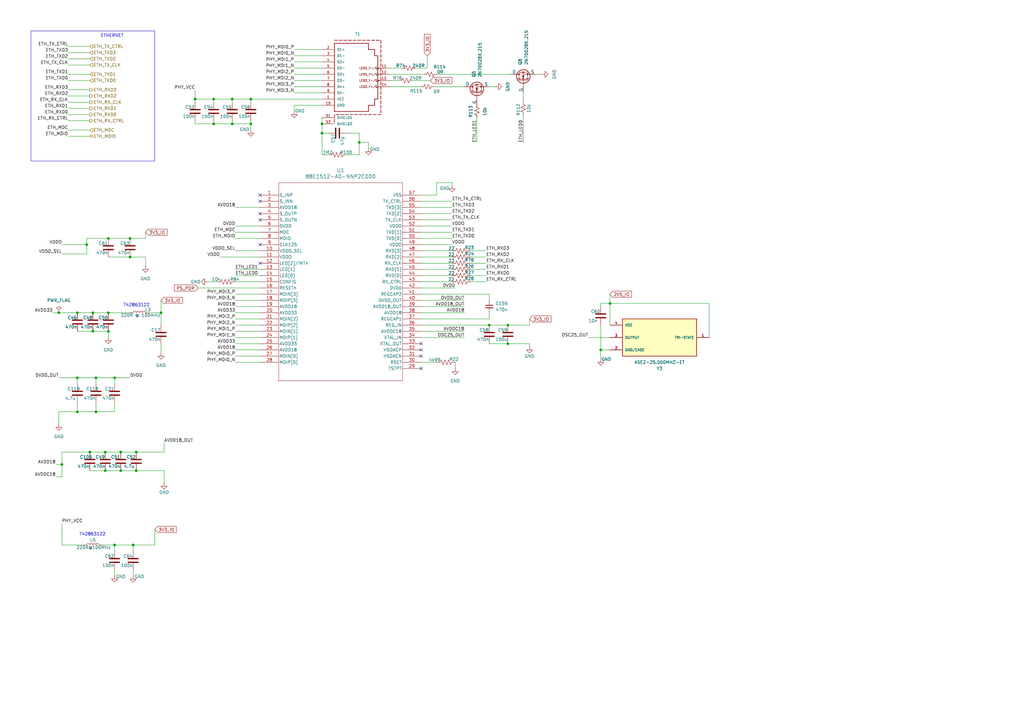
<source format=kicad_sch>
(kicad_sch (version 20250114) (generator "eeschema") (generator_version "9.0")
  (paper "A3")
  (lib_symbols
    (symbol "Device:C" (pin_numbers (hide yes)) (pin_names (offset 0.254))
      (property "Reference" "C" (at 0.635 2.54 0))
      (property "Value" "C" (at 0.635 -2.54 0))
      (symbol "C_1_1"
        (pin passive line (at 0 3.81 270) (length 2.794) (name "~") (number "1"))
        (pin passive line (at 0 -3.81 90) (length 2.794) (name "~") (number "2"))
      )
    )
    (symbol "Device:C_Small" (pin_numbers (hide yes)) (pin_names (offset 0.254) (hide yes))
      (property "Reference" "C" (at 0.254 1.778 0))
      (property "Value" "C_Small" (at 0.254 -2.032 0))
      (symbol "C_Small_1_1"
        (pin passive line (at 0 2.54 270) (length 2.032) (name "~") (number "1"))
        (pin passive line (at 0 -2.54 90) (length 2.032) (name "~") (number "2"))
      )
    )
    (symbol "Device:L" (pin_numbers (hide yes)) (pin_names (offset 1.016) (hide yes))
      (property "Reference" "L" (at -1.27 0 90))
      (property "Value" "L" (at 1.905 0 90))
      (symbol "L_1_1"
        (pin passive line (at 0 3.81 270) (length 1.27) (name "1") (number "1"))
        (pin passive line (at 0 -3.81 90) (length 1.27) (name "2") (number "2"))
      )
    )
    (symbol "Device:R_Small_US" (pin_numbers (hide yes)) (pin_names (offset 0.254) (hide yes))
      (property "Reference" "R" (at 0.762 0.508 0))
      (property "Value" "R_Small_US" (at 0.762 -1.016 0))
      (symbol "R_Small_US_1_1"
        (pin passive line (at 0 2.54 270) (length 1.016) (name "~") (number "1"))
        (pin passive line (at 0 -2.54 90) (length 1.016) (name "~") (number "2"))
      )
    )
    (symbol "Device:R_US" (pin_numbers (hide yes)) (pin_names (offset 0))
      (property "Reference" "R" (at 2.54 0 90))
      (property "Value" "R_US" (at -2.54 0 90))
      (symbol "R_US_1_1"
        (pin passive line (at 0 3.81 270) (length 1.27) (name "~") (number "1"))
        (pin passive line (at 0 -3.81 90) (length 1.27) (name "~") (number "2"))
      )
    )
    (symbol "PSEC5_ctrlbd:88E1512-A0-NNP2C000" (pin_names (offset 0.254))
      (property "Reference" "U" (at 33.02 10.16 0))
      (property "Value" "88E1512-A0-NNP2C000" (at 33.02 7.62 0))
      (symbol "88E1512-A0-NNP2C000_0_1"
        (pin input line (at 0 0 0) (length 7.62) (name "S_INP") (number "1"))
        (pin input line (at 0 -2.54 0) (length 7.62) (name "S_INN") (number "2"))
        (pin power_in line (at 0 -5.08 0) (length 7.62) (name "AVDD18") (number "3"))
        (pin output line (at 0 -7.62 0) (length 7.62) (name "S_OUTP") (number "4"))
        (pin output line (at 0 -10.16 0) (length 7.62) (name "S_OUTN") (number "5"))
        (pin power_in line (at 0 -12.7 0) (length 7.62) (name "DVDD") (number "6"))
        (pin input line (at 0 -15.24 0) (length 7.62) (name "MDC") (number "7"))
        (pin bidirectional line (at 0 -17.78 0) (length 7.62) (name "MDIO") (number "8"))
        (pin output line (at 0 -20.32 0) (length 7.62) (name "CLK125") (number "9"))
        (pin power_in line (at 0 -22.86 0) (length 7.62) (name "VDDO_SEL") (number "10"))
        (pin power_in line (at 0 -25.4 0) (length 7.62) (name "VDDO") (number "11"))
        (pin output line (at 0 -27.94 0) (length 7.62) (name "LED[2]/INTn") (number "12"))
        (pin bidirectional line (at 0 -30.48 0) (length 7.62) (name "LED[1]") (number "13"))
        (pin output line (at 0 -33.02 0) (length 7.62) (name "LED[0]") (number "14"))
        (pin input line (at 0 -35.56 0) (length 7.62) (name "CONFIG") (number "15"))
        (pin input line (at 0 -38.1 0) (length 7.62) (name "RESETn") (number "16"))
        (pin bidirectional line (at 0 -40.64 0) (length 7.62) (name "MDIN[3]") (number "17"))
        (pin bidirectional line (at 0 -43.18 0) (length 7.62) (name "MDIP[3]") (number "18"))
        (pin power_in line (at 0 -45.72 0) (length 7.62) (name "AVDD18") (number "19"))
        (pin power_in line (at 0 -48.26 0) (length 7.62) (name "AVDD33") (number "20"))
        (pin bidirectional line (at 0 -50.8 0) (length 7.62) (name "MDIN[2]") (number "21"))
        (pin bidirectional line (at 0 -53.34 0) (length 7.62) (name "MDIP[2]") (number "22"))
        (pin bidirectional line (at 0 -55.88 0) (length 7.62) (name "MDIN[1]") (number "23"))
        (pin bidirectional line (at 0 -58.42 0) (length 7.62) (name "MDIP[1]") (number "24"))
        (pin power_in line (at 0 -60.96 0) (length 7.62) (name "AVDD33") (number "25"))
        (pin power_in line (at 0 -63.5 0) (length 7.62) (name "AVDD18") (number "26"))
        (pin bidirectional line (at 0 -66.04 0) (length 7.62) (name "MDIN[0]") (number "27"))
        (pin bidirectional line (at 0 -68.58 0) (length 7.62) (name "MDIP[0]") (number "28"))
        (pin input line (at 66.04 -2.54 180) (length 7.62) (name "TX_CTRL") (number "56"))
        (pin input line (at 66.04 -5.08 180) (length 7.62) (name "TXD[3]") (number "55"))
        (pin input line (at 66.04 -7.62 180) (length 7.62) (name "TXD[2]") (number "54"))
        (pin input line (at 66.04 -10.16 180) (length 7.62) (name "TX_CLK") (number "53"))
        (pin power_in line (at 66.04 -12.7 180) (length 7.62) (name "VDDO") (number "52"))
        (pin input line (at 66.04 -15.24 180) (length 7.62) (name "TXD[1]") (number "51"))
        (pin input line (at 66.04 -17.78 180) (length 7.62) (name "TXD[0]") (number "50"))
        (pin power_in line (at 66.04 -20.32 180) (length 7.62) (name "VDDO") (number "49"))
        (pin output line (at 66.04 -22.86 180) (length 7.62) (name "RXD[3]") (number "48"))
        (pin output line (at 66.04 -25.4 180) (length 7.62) (name "RXD[2]") (number "47"))
        (pin output line (at 66.04 -27.94 180) (length 7.62) (name "RX_CLK") (number "46"))
        (pin output line (at 66.04 -30.48 180) (length 7.62) (name "RXD[1]") (number "45"))
        (pin output line (at 66.04 -33.02 180) (length 7.62) (name "RXD[0]") (number "44"))
        (pin output line (at 66.04 -35.56 180) (length 7.62) (name "RX_CTRL") (number "43"))
        (pin power_in line (at 66.04 -38.1 180) (length 7.62) (name "DVDD") (number "42"))
        (pin bidirectional line (at 66.04 -40.64 180) (length 7.62) (name "REGCAP2") (number "41"))
        (pin power_in line (at 66.04 -48.26 180) (length 7.62) (name "AVDD18") (number "38"))
        (pin bidirectional line (at 66.04 -50.8 180) (length 7.62) (name "REGCAP1") (number "37"))
        (pin unspecified line (at 66.04 -53.34 180) (length 7.62) (name "REG_IN") (number "36"))
        (pin power_in line (at 66.04 -55.88 180) (length 7.62) (name "AVDDC18") (number "35"))
        (pin input line (at 66.04 -58.42 180) (length 7.62) (name "XTAL_IN") (number "34"))
        (pin output line (at 66.04 -60.96 180) (length 7.62) (name "XTAL_OUT") (number "33"))
        (pin output line (at 66.04 -63.5 180) (length 7.62) (name "HSDACP") (number "32"))
        (pin unspecified line (at 66.04 -66.04 180) (length 7.62) (name "HSDACN") (number "31"))
        (pin input line (at 66.04 -68.58 180) (length 7.62) (name "RSET") (number "30"))
        (pin output line (at 66.04 -71.12 180) (length 7.62) (name "TSTPT") (number "29"))
      )
      (symbol "88E1512-A0-NNP2C000_1_1"
        (pin power_in line (at 66.04 0 180) (length 7.62) (name "VSS") (number "57"))
        (pin power_out line (at 66.04 -43.18 180) (length 7.62) (name "DVDD_OUT") (number "40"))
        (pin power_out line (at 66.04 -45.72 180) (length 7.62) (name "AVDD18_OUT") (number "39"))
      )
    )
    (symbol "PSEC5_ctrlbd:ASE2-25.000MHZ-ET" (pin_names (offset 1.016))
      (property "Reference" "Y" (at -15.24 8.128 0))
      (property "Value" "ASE2-25.000MHZ-ET" (at -15.24 -10.16 0))
      (symbol "ASE2-25.000MHZ-ET_0_0"
        (pin passive line (at -20.32 0 0) (length 5.08) (name "TRI-STATE") (number "1"))
        (pin power_in line (at 20.32 5.08 180) (length 5.08) (name "VDD") (number "4"))
        (pin output line (at 20.32 0 180) (length 5.08) (name "OUTPUT") (number "3"))
        (pin power_in line (at 20.32 -5.08 180) (length 5.08) (name "GND/CASE") (number "2"))
      )
    )
    (symbol "PSEC5_ctrlbd:WE-RJ45_7499111446" (pin_names (offset 1.016))
      (property "Reference" "T" (at 0 17.78 0))
      (symbol "WE-RJ45_7499111446_0_0"
        (text "LED1_Y-/G+" (at 2.54 5.08 0) (effects (font (size 0.8636 0.8636)) (justify left)))
        (text "LED1_Y+/G-" (at 2.54 2.54 0) (effects (font (size 0.8636 0.8636)) (justify left)))
        (text "LED2_Y-/G+" (at 2.54 0 0) (effects (font (size 0.8636 0.8636)) (justify left)))
        (text "LED2_Y+/G-" (at 2.54 -2.54 0) (effects (font (size 0.8636 0.8636)) (justify left)))
        (pin passive line (at -12.7 12.7 0) (length 5.08) (name "D1+") (number "2"))
        (pin passive line (at -12.7 10.16 0) (length 5.08) (name "D1-") (number "3"))
        (pin passive line (at -12.7 7.62 0) (length 5.08) (name "D2+") (number "4"))
        (pin passive line (at -12.7 5.08 0) (length 5.08) (name "D2-") (number "5"))
        (pin passive line (at -12.7 2.54 0) (length 5.08) (name "D3+") (number "6"))
        (pin passive line (at -12.7 0 0) (length 5.08) (name "D3-") (number "7"))
        (pin passive line (at -12.7 -2.54 0) (length 5.08) (name "D4+") (number "8"))
        (pin passive line (at -12.7 -5.08 0) (length 5.08) (name "D4-") (number "9"))
        (pin passive line (at -12.7 -7.62 0) (length 5.08) (name "VCC") (number "1"))
        (pin passive line (at -12.7 -10.16 0) (length 5.08) (name "GND") (number "10"))
        (pin passive line (at -12.7 -15.24 0) (length 5.08) (name "SHIELD1") (number "S1"))
        (pin passive line (at -12.7 -17.78 0) (length 5.08) (name "SHIELD2") (number "S2"))
        (pin passive line (at 15.24 5.08 180) (length 5.08) (name "~") (number "11"))
        (pin passive line (at 15.24 2.54 180) (length 5.08) (name "~") (number "12"))
        (pin passive line (at 15.24 0 180) (length 5.08) (name "~") (number "13"))
        (pin passive line (at 15.24 -2.54 180) (length 5.08) (name "~") (number "14"))
      )
    )
    (symbol "Simulation_SPICE:NMOS" (pin_numbers (hide yes)) (pin_names (offset 0))
      (property "Reference" "Q" (at 5.08 1.27 0))
      (property "Value" "NMOS" (at 5.08 -1.27 0))
      (symbol "NMOS_1_1"
        (pin input line (at -5.08 0 0) (length 2.54) (name "G") (number "2"))
        (pin passive line (at 2.54 5.08 270) (length 2.54) (name "D") (number "1"))
        (pin passive line (at 2.54 -5.08 90) (length 2.54) (name "S") (number "3"))
      )
    )
    (symbol "power:GND" (power) (pin_numbers (hide yes)) (pin_names (offset 0) (hide yes))
      (property "Value" "GND" (at 0 -3.81 0))
      (symbol "GND_1_1"
        (pin power_in line (at 0 0 270) (length 0) (name "~") (number "1"))
      )
    )
    (symbol "power:PWR_FLAG" (power) (pin_numbers (hide yes)) (pin_names (offset 0) (hide yes))
      (property "Value" "PWR_FLAG" (at 0 3.81 0))
      (symbol "PWR_FLAG_0_0"
        (pin power_out line (at 0 0 90) (length 0) (name "~") (number "1"))
      )
    )
  )
  (rectangle (start 12.7 12.7) (end 63.5 66.04))
  (text "742863122" (at 37.846 219.202 0) (effects (font (size 1.27 1.27))))
  (text "ETHERNET\n" (at 45.974 14.732 0) (effects (font (size 1.27 1.27))))
  (text "742863122" (at 55.88 125.222 0) (effects (font (size 1.27 1.27))))
  (junction (at 38.1 128.27))
  (junction (at 55.88 193.04))
  (junction (at 43.18 193.04))
  (junction (at 25.4 190.5))
  (junction (at 66.04 128.27))
  (junction (at 44.45 97.79))
  (junction (at 44.45 135.89))
  (junction (at 87.63 40.64))
  (junction (at 31.75 168.91))
  (junction (at 44.45 128.27))
  (junction (at 132.08 54.61))
  (junction (at 132.08 50.8))
  (junction (at 38.1 135.89))
  (junction (at 55.88 185.42))
  (junction (at 46.99 223.52))
  (junction (at 39.37 154.94))
  (junction (at 208.28 133.35))
  (junction (at 80.01 40.64))
  (junction (at 31.75 128.27))
  (junction (at 53.34 97.79))
  (junction (at 95.25 40.64))
  (junction (at 102.87 50.8))
  (junction (at 49.53 193.04))
  (junction (at 200.66 133.35))
  (junction (at 54.61 223.52))
  (junction (at 95.25 50.8))
  (junction (at 147.32 58.42))
  (junction (at 24.13 128.27))
  (junction (at 53.34 105.41))
  (junction (at 102.87 40.64))
  (junction (at 31.75 154.94))
  (junction (at 43.18 185.42))
  (junction (at 39.37 168.91))
  (junction (at 49.53 185.42))
  (junction (at 46.99 154.94))
  (junction (at 208.28 140.97))
  (junction (at 87.63 50.8))
  (junction (at 250.19 124.46))
  (junction (at 35.56 100.33))
  (junction (at 36.83 185.42))
  (junction (at 246.38 143.51))
  (no_connect (at 106.68 100.33))
  (no_connect (at 172.72 143.51))
  (no_connect (at 106.68 82.55))
  (no_connect (at 172.72 140.97))
  (no_connect (at 106.68 90.17))
  (no_connect (at 106.68 80.01))
  (no_connect (at 172.72 146.05))
  (no_connect (at 106.68 107.95))
  (no_connect (at 106.68 87.63))
  (no_connect (at 172.72 151.13))
  (wire (pts (xy 172.72 92.71) (xy 185.42 92.71)))
  (wire (pts (xy 132.08 50.8) (xy 132.08 54.61)))
  (wire (pts (xy 160.02 33.02) (xy 163.83 33.02)))
  (wire (pts (xy 172.72 107.95) (xy 185.42 107.95)))
  (wire (pts (xy 172.72 102.87) (xy 185.42 102.87)))
  (wire (pts (xy 96.52 95.25) (xy 106.68 95.25)))
  (wire (pts (xy 172.72 105.41) (xy 185.42 105.41)))
  (wire (pts (xy 179.07 30.48) (xy 209.55 30.48)))
  (wire (pts (xy 96.52 120.65) (xy 106.68 120.65)))
  (wire (pts (xy 53.34 97.79) (xy 59.69 97.79)))
  (wire (pts (xy 59.69 105.41) (xy 59.69 109.22)))
  (wire (pts (xy 27.94 21.59) (xy 36.83 21.59)))
  (wire (pts (xy 120.65 43.18) (xy 132.08 43.18)))
  (wire (pts (xy 67.31 181.61) (xy 67.31 185.42)))
  (wire (pts (xy 120.65 22.86) (xy 132.08 22.86)))
  (wire (pts (xy 80.01 40.64) (xy 80.01 41.91)))
  (wire (pts (xy 54.61 226.06) (xy 54.61 223.52)))
  (wire (pts (xy 55.88 193.04) (xy 67.31 193.04)))
  (wire (pts (xy 38.1 135.89) (xy 44.45 135.89)))
  (wire (pts (xy 46.99 168.91) (xy 39.37 168.91)))
  (wire (pts (xy 95.25 50.8) (xy 102.87 50.8)))
  (wire (pts (xy 35.56 97.79) (xy 44.45 97.79)))
  (wire (pts (xy 217.17 140.97) (xy 217.17 142.24)))
  (wire (pts (xy 21.59 128.27) (xy 24.13 128.27)))
  (wire (pts (xy 53.34 105.41) (xy 59.69 105.41)))
  (wire (pts (xy 25.4 190.5) (xy 25.4 195.58)))
  (wire (pts (xy 27.94 46.99) (xy 36.83 46.99)))
  (wire (pts (xy 241.3 138.43) (xy 250.19 138.43)))
  (wire (pts (xy 39.37 154.94) (xy 39.37 157.48)))
  (wire (pts (xy 208.28 140.97) (xy 217.17 140.97)))
  (wire (pts (xy 200.66 133.35) (xy 208.28 133.35)))
  (wire (pts (xy 27.94 44.45) (xy 36.83 44.45)))
  (wire (pts (xy 193.04 102.87) (xy 199.39 102.87)))
  (wire (pts (xy 160.02 35.56) (xy 172.72 35.56)))
  (wire (pts (xy 25.4 223.52) (xy 34.29 223.52)))
  (wire (pts (xy 96.52 125.73) (xy 106.68 125.73)))
  (wire (pts (xy 54.61 223.52) (xy 63.5 223.52)))
  (wire (pts (xy 49.53 185.42) (xy 55.88 185.42)))
  (wire (pts (xy 44.45 135.89) (xy 44.45 138.43)))
  (wire (pts (xy 193.04 110.49) (xy 199.39 110.49)))
  (wire (pts (xy 250.19 120.65) (xy 250.19 124.46)))
  (wire (pts (xy 25.4 195.58) (xy 22.86 195.58)))
  (wire (pts (xy 55.88 185.42) (xy 67.31 185.42)))
  (wire (pts (xy 172.72 95.25) (xy 185.42 95.25)))
  (wire (pts (xy 147.32 58.42) (xy 151.13 58.42)))
  (wire (pts (xy 102.87 49.53) (xy 102.87 50.8)))
  (wire (pts (xy 96.52 146.05) (xy 106.68 146.05)))
  (wire (pts (xy 193.04 107.95) (xy 199.39 107.95)))
  (wire (pts (xy 96.52 92.71) (xy 106.68 92.71)))
  (wire (pts (xy 120.65 25.4) (xy 132.08 25.4)))
  (wire (pts (xy 59.69 95.25) (xy 59.69 97.79)))
  (wire (pts (xy 31.75 135.89) (xy 38.1 135.89)))
  (wire (pts (xy 132.08 54.61) (xy 132.08 63.5)))
  (wire (pts (xy 66.04 123.19) (xy 66.04 128.27)))
  (wire (pts (xy 172.72 113.03) (xy 185.42 113.03)))
  (wire (pts (xy 27.94 30.48) (xy 36.83 30.48)))
  (wire (pts (xy 31.75 154.94) (xy 31.75 157.48)))
  (wire (pts (xy 102.87 50.8) (xy 102.87 53.34)))
  (wire (pts (xy 46.99 154.94) (xy 46.99 157.48)))
  (wire (pts (xy 193.04 105.41) (xy 199.39 105.41)))
  (wire (pts (xy 46.99 165.1) (xy 46.99 168.91)))
  (wire (pts (xy 41.91 223.52) (xy 46.99 223.52)))
  (wire (pts (xy 25.4 104.14) (xy 35.56 104.14)))
  (wire (pts (xy 95.25 40.64) (xy 87.63 40.64)))
  (wire (pts (xy 168.91 33.02) (xy 176.53 33.02)))
  (wire (pts (xy 87.63 50.8) (xy 95.25 50.8)))
  (wire (pts (xy 132.08 40.64) (xy 102.87 40.64)))
  (wire (pts (xy 80.01 50.8) (xy 87.63 50.8)))
  (wire (pts (xy 250.19 124.46) (xy 250.19 133.35)))
  (wire (pts (xy 27.94 53.34) (xy 36.83 53.34)))
  (wire (pts (xy 35.56 100.33) (xy 35.56 97.79)))
  (wire (pts (xy 246.38 124.46) (xy 246.38 125.73)))
  (wire (pts (xy 172.72 118.11) (xy 186.69 118.11)))
  (wire (pts (xy 147.32 63.5) (xy 147.32 58.42)))
  (wire (pts (xy 172.72 90.17) (xy 185.42 90.17)))
  (wire (pts (xy 193.04 115.57) (xy 199.39 115.57)))
  (wire (pts (xy 246.38 124.46) (xy 250.19 124.46)))
  (wire (pts (xy 132.08 48.26) (xy 132.08 50.8)))
  (wire (pts (xy 27.94 24.13) (xy 36.83 24.13)))
  (wire (pts (xy 27.94 49.53) (xy 36.83 49.53)))
  (wire (pts (xy 172.72 125.73) (xy 190.5 125.73)))
  (wire (pts (xy 172.72 87.63) (xy 185.42 87.63)))
  (wire (pts (xy 246.38 133.35) (xy 246.38 143.51)))
  (wire (pts (xy 87.63 40.64) (xy 80.01 40.64)))
  (wire (pts (xy 151.13 58.42) (xy 151.13 60.96)))
  (wire (pts (xy 102.87 40.64) (xy 102.87 41.91)))
  (wire (pts (xy 46.99 223.52) (xy 54.61 223.52)))
  (wire (pts (xy 66.04 140.97) (xy 66.04 144.78)))
  (wire (pts (xy 96.52 128.27) (xy 106.68 128.27)))
  (wire (pts (xy 172.72 100.33) (xy 185.42 100.33)))
  (wire (pts (xy 95.25 40.64) (xy 95.25 41.91)))
  (wire (pts (xy 172.72 123.19) (xy 190.5 123.19)))
  (wire (pts (xy 134.62 54.61) (xy 132.08 54.61)))
  (wire (pts (xy 36.83 185.42) (xy 43.18 185.42)))
  (wire (pts (xy 87.63 40.64) (xy 87.63 41.91)))
  (wire (pts (xy 120.65 33.02) (xy 132.08 33.02)))
  (wire (pts (xy 120.65 38.1) (xy 132.08 38.1)))
  (wire (pts (xy 63.5 217.17) (xy 63.5 223.52)))
  (wire (pts (xy 46.99 223.52) (xy 46.99 226.06)))
  (wire (pts (xy 96.52 85.09) (xy 106.68 85.09)))
  (wire (pts (xy 160.02 30.48) (xy 173.99 30.48)))
  (wire (pts (xy 172.72 80.01) (xy 179.07 80.01)))
  (wire (pts (xy 27.94 19.05) (xy 36.83 19.05)))
  (wire (pts (xy 24.13 154.94) (xy 31.75 154.94)))
  (wire (pts (xy 31.75 154.94) (xy 39.37 154.94)))
  (wire (pts (xy 179.07 74.93) (xy 185.42 74.93)))
  (wire (pts (xy 193.04 113.03) (xy 199.39 113.03)))
  (wire (pts (xy 96.52 135.89) (xy 106.68 135.89)))
  (wire (pts (xy 179.07 80.01) (xy 179.07 74.93)))
  (wire (pts (xy 120.65 30.48) (xy 132.08 30.48)))
  (wire (pts (xy 186.69 148.59) (xy 186.69 151.13)))
  (wire (pts (xy 54.61 236.22) (xy 54.61 233.68)))
  (wire (pts (xy 60.96 128.27) (xy 66.04 128.27)))
  (wire (pts (xy 219.71 30.48) (xy 222.25 30.48)))
  (wire (pts (xy 87.63 49.53) (xy 87.63 50.8)))
  (wire (pts (xy 27.94 55.88) (xy 36.83 55.88)))
  (wire (pts (xy 195.58 48.26) (xy 195.58 58.42)))
  (wire (pts (xy 142.24 63.5) (xy 147.32 63.5)))
  (wire (pts (xy 80.01 49.53) (xy 80.01 50.8)))
  (wire (pts (xy 200.66 120.65) (xy 200.66 123.19)))
  (wire (pts (xy 132.08 63.5) (xy 134.62 63.5)))
  (wire (pts (xy 46.99 154.94) (xy 53.34 154.94)))
  (wire (pts (xy 120.65 35.56) (xy 132.08 35.56)))
  (wire (pts (xy 85.09 115.57) (xy 88.9 115.57)))
  (wire (pts (xy 25.4 185.42) (xy 25.4 190.5)))
  (wire (pts (xy 43.18 193.04) (xy 49.53 193.04)))
  (wire (pts (xy 172.72 135.89) (xy 190.5 135.89)))
  (wire (pts (xy 96.52 113.03) (xy 106.68 113.03)))
  (wire (pts (xy 66.04 128.27) (xy 66.04 133.35)))
  (wire (pts (xy 120.65 20.32) (xy 132.08 20.32)))
  (wire (pts (xy 172.72 85.09) (xy 185.42 85.09)))
  (wire (pts (xy 96.52 97.79) (xy 106.68 97.79)))
  (wire (pts (xy 43.18 185.42) (xy 49.53 185.42)))
  (wire (pts (xy 147.32 58.42) (xy 147.32 54.61)))
  (wire (pts (xy 25.4 214.63) (xy 25.4 223.52)))
  (wire (pts (xy 200.66 140.97) (xy 208.28 140.97)))
  (wire (pts (xy 96.52 138.43) (xy 106.68 138.43)))
  (wire (pts (xy 96.52 102.87) (xy 106.68 102.87)))
  (wire (pts (xy 172.72 115.57) (xy 185.42 115.57)))
  (wire (pts (xy 172.72 148.59) (xy 179.07 148.59)))
  (wire (pts (xy 22.86 190.5) (xy 25.4 190.5)))
  (wire (pts (xy 27.94 26.67) (xy 36.83 26.67)))
  (wire (pts (xy 36.83 193.04) (xy 43.18 193.04)))
  (wire (pts (xy 31.75 128.27) (xy 38.1 128.27)))
  (wire (pts (xy 214.63 58.42) (xy 214.63 46.99)))
  (wire (pts (xy 172.72 97.79) (xy 185.42 97.79)))
  (wire (pts (xy 185.42 74.93) (xy 185.42 76.2)))
  (wire (pts (xy 290.83 138.43) (xy 290.83 124.46)))
  (wire (pts (xy 44.45 105.41) (xy 53.34 105.41)))
  (wire (pts (xy 172.72 138.43) (xy 190.5 138.43)))
  (wire (pts (xy 246.38 143.51) (xy 250.19 143.51)))
  (wire (pts (xy 44.45 97.79) (xy 53.34 97.79)))
  (wire (pts (xy 172.72 130.81) (xy 200.66 130.81)))
  (wire (pts (xy 39.37 165.1) (xy 39.37 168.91)))
  (wire (pts (xy 102.87 40.64) (xy 95.25 40.64)))
  (wire (pts (xy 38.1 128.27) (xy 44.45 128.27)))
  (wire (pts (xy 90.17 105.41) (xy 106.68 105.41)))
  (wire (pts (xy 217.17 130.81) (xy 217.17 133.35)))
  (wire (pts (xy 96.52 140.97) (xy 106.68 140.97)))
  (wire (pts (xy 25.4 100.33) (xy 35.56 100.33)))
  (wire (pts (xy 172.72 133.35) (xy 200.66 133.35)))
  (wire (pts (xy 214.63 38.1) (xy 214.63 41.91)))
  (wire (pts (xy 172.72 82.55) (xy 185.42 82.55)))
  (wire (pts (xy 67.31 193.04) (xy 67.31 198.12)))
  (wire (pts (xy 25.4 185.42) (xy 36.83 185.42)))
  (wire (pts (xy 200.66 35.56) (xy 203.2 35.56)))
  (wire (pts (xy 49.53 193.04) (xy 55.88 193.04)))
  (wire (pts (xy 81.28 118.11) (xy 106.68 118.11)))
  (wire (pts (xy 172.72 120.65) (xy 200.66 120.65)))
  (wire (pts (xy 46.99 233.68) (xy 46.99 236.22)))
  (wire (pts (xy 95.25 49.53) (xy 95.25 50.8)))
  (wire (pts (xy 120.65 43.18) (xy 120.65 45.72)))
  (wire (pts (xy 24.13 168.91) (xy 24.13 173.99)))
  (wire (pts (xy 31.75 165.1) (xy 31.75 168.91)))
  (wire (pts (xy 27.94 33.02) (xy 36.83 33.02)))
  (wire (pts (xy 27.94 41.91) (xy 36.83 41.91)))
  (wire (pts (xy 39.37 154.94) (xy 46.99 154.94)))
  (wire (pts (xy 27.94 36.83) (xy 36.83 36.83)))
  (wire (pts (xy 31.75 168.91) (xy 24.13 168.91)))
  (wire (pts (xy 160.02 27.94) (xy 165.1 27.94)))
  (wire (pts (xy 24.13 128.27) (xy 31.75 128.27)))
  (wire (pts (xy 96.52 133.35) (xy 106.68 133.35)))
  (wire (pts (xy 96.52 115.57) (xy 106.68 115.57)))
  (wire (pts (xy 290.83 124.46) (xy 250.19 124.46)))
  (wire (pts (xy 80.01 36.83) (xy 80.01 40.64)))
  (wire (pts (xy 39.37 168.91) (xy 31.75 168.91)))
  (wire (pts (xy 96.52 148.59) (xy 106.68 148.59)))
  (wire (pts (xy 172.72 110.49) (xy 185.42 110.49)))
  (wire (pts (xy 96.52 123.19) (xy 106.68 123.19)))
  (wire (pts (xy 208.28 133.35) (xy 217.17 133.35)))
  (wire (pts (xy 200.66 130.81) (xy 200.66 128.27)))
  (wire (pts (xy 172.72 128.27) (xy 190.5 128.27)))
  (wire (pts (xy 177.8 35.56) (xy 190.5 35.56)))
  (wire (pts (xy 96.52 143.51) (xy 106.68 143.51)))
  (wire (pts (xy 96.52 130.81) (xy 106.68 130.81)))
  (wire (pts (xy 120.65 27.94) (xy 132.08 27.94)))
  (wire (pts (xy 27.94 39.37) (xy 36.83 39.37)))
  (wire (pts (xy 35.56 100.33) (xy 35.56 104.14)))
  (wire (pts (xy 200.66 134.62) (xy 200.66 133.35)))
  (wire (pts (xy 246.38 143.51) (xy 246.38 147.32)))
  (wire (pts (xy 175.26 27.94) (xy 170.18 27.94)))
  (wire (pts (xy 175.26 22.86) (xy 175.26 27.94)))
  (wire (pts (xy 96.52 110.49) (xy 106.68 110.49)))
  (wire (pts (xy 147.32 54.61) (xy 142.24 54.61)))
  (wire (pts (xy 44.45 128.27) (xy 53.34 128.27)))
  (label "PHY_MDI2_P" (at 96.52 130.81 180))
  (label "ETH_RXD2" (at 27.94 39.37 180))
  (label "AVDDC18" (at 22.86 195.58 180))
  (label "ETH_TXD2" (at 185.42 87.63 0))
  (label "ETH_RXD0" (at 27.94 46.99 180))
  (label "DVDD_OUT" (at 190.5 123.19 180))
  (label "AVDD18" (at 96.52 143.51 180))
  (label "ETH_TXD3" (at 185.42 85.09 0))
  (label "ETH_RX_CTRL" (at 199.39 115.57 0))
  (label "ETH_TXD0" (at 27.94 33.02 180))
  (label "PHY_MDI0_N" (at 96.52 148.59 180))
  (label "OSC25_OUT" (at 241.3 138.43 180))
  (label "PHY_MDI0_N" (at 120.65 22.86 180))
  (label "ETH_MDC" (at 96.52 95.25 180))
  (label "ETH_LED1" (at 195.58 58.42 90))
  (label "ETH_MDIO" (at 27.94 55.88 180))
  (label "ETH_TX_CLK" (at 27.94 26.67 180))
  (label "AVDD33" (at 96.52 128.27 180))
  (label "PHY_VCC" (at 80.01 36.83 180))
  (label "VDDO" (at 90.17 105.41 180))
  (label "DVDD" (at 186.69 118.11 180))
  (label "PHY_MDI3_N" (at 96.52 123.19 180))
  (label "DVDD_OUT" (at 24.13 154.94 180))
  (label "ETH_TX_CLK" (at 185.42 90.17 0))
  (label "AVDDC18" (at 190.5 135.89 180))
  (label "VDDO" (at 185.42 100.33 0))
  (label "PHY_MDI2_N" (at 96.52 133.35 180))
  (label "AVDD18" (at 96.52 85.09 180))
  (label "ETH_TX_CTRL" (at 27.94 19.05 180))
  (label "DVDD" (at 53.34 154.94 0))
  (label "ETH_TXD2" (at 27.94 24.13 180))
  (label "PHY_MDI3_P" (at 96.52 120.65 180))
  (label "ETH_RXD3" (at 199.39 102.87 0))
  (label "AVDD18_OUT" (at 190.5 125.73 180))
  (label "PHY_MDI1_N" (at 120.65 27.94 180))
  (label "ETH_MDC" (at 27.94 53.34 180))
  (label "AVDD33" (at 21.59 128.27 180))
  (label "PHY_MDI1_P" (at 120.65 25.4 180))
  (label "PHY_MDI2_N" (at 120.65 33.02 180))
  (label "ETH_RXD2" (at 199.39 105.41 0))
  (label "AVDD18" (at 22.86 190.5 180))
  (label "ETH_LED0" (at 214.63 58.42 90))
  (label "ETH_TX_CTRL" (at 185.42 82.55 0))
  (label "ETH_RXD1" (at 27.94 44.45 180))
  (label "ETH_RX_CTRL" (at 27.94 49.53 180))
  (label "PHY_MDI0_P" (at 120.65 20.32 180))
  (label "PHY_MDI0_P" (at 96.52 146.05 180))
  (label "VDDO" (at 185.42 92.71 0))
  (label "ETH_TXD3" (at 27.94 21.59 180))
  (label "PHY_MDI1_P" (at 96.52 135.89 180))
  (label "OSC25_OUT" (at 190.5 138.43 180))
  (label "PHY_VCC" (at 25.4 214.63 0))
  (label "PHY_MDI2_P" (at 120.65 30.48 180))
  (label "ETH_RXD1" (at 199.39 110.49 0))
  (label "PHY_MDI3_N" (at 120.65 38.1 180))
  (label "VDDO_SEL" (at 25.4 104.14 180))
  (label "ETH_RXD3" (at 27.94 36.83 180))
  (label "ETH_LED1" (at 96.52 110.49 0))
  (label "ETH_MDIO" (at 96.52 97.79 180))
  (label "ETH_RX_CLK" (at 199.39 107.95 0))
  (label "ETH_TXD0" (at 185.42 97.79 0))
  (label "ETH_RXD0" (at 199.39 113.03 0))
  (label "ETH_TXD1" (at 185.42 95.25 0))
  (label "AVDD18" (at 190.5 128.27 180))
  (label "DVDD" (at 96.52 92.71 180))
  (label "AVDD18_OUT" (at 67.31 181.61 0))
  (label "ETH_RX_CLK" (at 27.94 41.91 180))
  (label "PHY_MDI1_N" (at 96.52 138.43 180))
  (label "ETH_LED0" (at 96.52 113.03 0))
  (label "VDDO_SEL" (at 96.52 102.87 180))
  (label "ETH_TXD1" (at 27.94 30.48 180))
  (label "AVDD33" (at 96.52 140.97 180))
  (label "PHY_MDI3_P" (at 120.65 35.56 180))
  (label "AVDD18" (at 96.52 125.73 180))
  (label "VDDO" (at 25.4 100.33 180))
  (global_label "3V3_IO" (shape input) (at 59.69 95.25 0) (property "Intersheetrefs" "${INTERSHEET_REFS}" (effects (hide yes))))
  (global_label "3V3_IO" (shape input) (at 217.17 130.81 0) (property "Intersheetrefs" "${INTERSHEET_REFS}" (effects (hide yes))))
  (global_label "3V3_IO" (shape input) (at 175.26 22.86 90) (property "Intersheetrefs" "${INTERSHEET_REFS}" (effects (hide yes))))
  (global_label "2V5_IO" (shape input) (at 250.19 120.65 0) (property "Intersheetrefs" "${INTERSHEET_REFS}" (effects (hide yes))))
  (global_label "PS_POR" (shape input) (at 81.28 118.11 180) (property "Intersheetrefs" "${INTERSHEET_REFS}" (effects (hide yes))))
  (global_label "3V3_IO" (shape input) (at 63.5 217.17 0) (property "Intersheetrefs" "${INTERSHEET_REFS}" (effects (hide yes))))
  (global_label "3V3_IO" (shape input) (at 176.53 33.02 0) (property "Intersheetrefs" "${INTERSHEET_REFS}" (effects (hide yes))))
  (global_label "3V3_IO" (shape input) (at 66.04 123.19 0) (property "Intersheetrefs" "${INTERSHEET_REFS}" (effects (hide yes))))
  (hierarchical_label "ETH_RXD3" (shape output) (at 36.83 36.83 0))
  (hierarchical_label "ETH_RX_CLK" (shape output) (at 36.83 41.91 0))
  (hierarchical_label "ETH_RXD2" (shape output) (at 36.83 39.37 0))
  (hierarchical_label "ETH_TXD3" (shape input) (at 36.83 21.59 0))
  (hierarchical_label "ETH_RXD0" (shape output) (at 36.83 46.99 0))
  (hierarchical_label "ETH_TXD1" (shape input) (at 36.83 30.48 0))
  (hierarchical_label "ETH_TX_CTRL" (shape input) (at 36.83 19.05 0))
  (hierarchical_label "ETH_RX_CTRL" (shape output) (at 36.83 49.53 0))
  (hierarchical_label "ETH_TX_CLK" (shape input) (at 36.83 26.67 0))
  (hierarchical_label "ETH_TXD2" (shape input) (at 36.83 24.13 0))
  (hierarchical_label "ETH_RXD1" (shape output) (at 36.83 44.45 0))
  (hierarchical_label "ETH_MDC" (shape input) (at 36.83 53.34 0))
  (hierarchical_label "ETH_MDIO" (shape bidirectional) (at 36.83 55.88 0))
  (hierarchical_label "ETH_TXD0" (shape input) (at 36.83 33.02 0))
  (symbol (lib_id "Device:C") (at 208.28 137.16 0) (unit 1)
    (property "Reference" "C59" (at 204.216 135.382 0) (effects (justify left)))
    (property "Value" "100u" (at 203.2 139.192 0) (effects (justify left)))
    (property "Footprint" "Capacitor_SMD:C_0805_2012Metric" (effects (hide yes)))
    (property "Description" "Unpolarized capacitor" (effects (hide yes)))
  )
  (symbol (lib_id "Device:C") (at 53.34 101.6 0) (unit 1)
    (property "Reference" "C63" (at 49.276 99.822 0) (effects (justify left)))
    (property "Value" "470n" (at 48.26 103.632 0) (effects (justify left)))
    (property "Footprint" "Capacitor_SMD:C_0603_1608Metric" (effects (hide yes)))
    (property "Description" "Unpolarized capacitor" (effects (hide yes)))
  )
  (symbol (lib_id "Device:C") (at 54.61 229.87 0) (unit 1)
    (property "Reference" "C64" (at 50.546 228.092 0) (effects (justify left)))
    (property "Value" "100n" (at 49.53 231.902 0) (effects (justify left)))
    (property "Footprint" "Capacitor_SMD:C_0603_1608Metric" (effects (hide yes)))
    (property "Description" "Unpolarized capacitor" (effects (hide yes)))
  )
  (symbol (lib_id "Device:C") (at 66.04 137.16 0) (unit 1)
    (property "Reference" "C17" (at 61.976 135.382 0) (effects (justify left)))
    (property "Value" "470n" (at 60.96 139.192 0) (effects (justify left)))
    (property "Footprint" "Capacitor_SMD:C_0603_1608Metric" (effects (hide yes)))
    (property "Description" "Unpolarized capacitor" (effects (hide yes)))
  )
  (symbol (lib_id "Device:C") (at 43.18 189.23 0) (unit 1)
    (property "Reference" "C49" (at 39.116 187.452 0) (effects (justify left)))
    (property "Value" "470n" (at 38.1 191.262 0) (effects (justify left)))
    (property "Footprint" "Capacitor_SMD:C_0603_1608Metric" (effects (hide yes)))
    (property "Description" "Unpolarized capacitor" (effects (hide yes)))
  )
  (symbol (lib_id "Device:R_US") (at 189.23 105.41 90) (unit 1)
    (property "Reference" "R24" (at 192.532 104.14 90))
    (property "Value" "22" (at 185.166 104.394 90))
    (property "Footprint" "Resistor_SMD:R_0603_1608Metric" (effects (hide yes)))
    (property "Description" "Resistor, US symbol" (effects (hide yes)))
  )
  (symbol (lib_id "Device:C") (at 36.83 189.23 0) (unit 1)
    (property "Reference" "C106" (at 32.766 187.452 0) (effects (justify left)))
    (property "Value" "470n" (at 31.75 191.262 0) (effects (justify left)))
    (property "Footprint" "Capacitor_SMD:C_0603_1608Metric" (effects (hide yes)))
    (property "Description" "Unpolarized capacitor" (effects (hide yes)))
  )
  (symbol (lib_id "Device:R_US") (at 189.23 115.57 90) (unit 1)
    (property "Reference" "R28" (at 192.532 114.3 90))
    (property "Value" "22" (at 185.166 114.554 90))
    (property "Footprint" "Resistor_SMD:R_0603_1608Metric" (effects (hide yes)))
    (property "Description" "Resistor, US symbol" (effects (hide yes)))
  )
  (symbol (lib_id "Device:R_US") (at 189.23 102.87 90) (unit 1)
    (property "Reference" "R23" (at 192.532 101.6 90))
    (property "Value" "22" (at 185.166 101.854 90))
    (property "Footprint" "Resistor_SMD:R_0603_1608Metric" (effects (hide yes)))
    (property "Description" "Resistor, US symbol" (effects (hide yes)))
  )
  (symbol (lib_id "PSEC5_ctrlbd:ASE2-25.000MHZ-ET") (at 270.51 138.43 0) (mirror y) (unit 1)
    (property "Reference" "Y3" (at 270.51 151.13 0))
    (property "Value" "ASE2-25.000MHZ-ET" (at 270.51 148.59 0))
    (property "Footprint" "ASE2_25_000MHZ_ET:XTAL_ASE2-25.000MHZ-ET" (effects (hide yes)))
    (property "PARTREV" "08.06.14" (effects (hide yes)))
    (property "STANDARD" "Manufacturer Recommendations" (effects (hide yes)))
    (property "SNAPEDA_PN" "ASE2-25.000MHZ-ET" (effects (hide yes)))
    (property "MAXIMUM_PACKAGE_HEIGHT" "1.2 mm" (effects (hide yes)))
    (property "MANUFACTURER" "Abracon" (effects (hide yes)))
  )
  (symbol (lib_id "Device:C") (at 95.25 45.72 0) (unit 1)
    (property "Reference" "C55" (at 91.186 43.942 0) (effects (justify left)))
    (property "Value" "100n" (at 90.17 47.752 0) (effects (justify left)))
    (property "Footprint" "Capacitor_SMD:C_0603_1608Metric" (effects (hide yes)))
    (property "Description" "Unpolarized capacitor" (effects (hide yes)))
  )
  (symbol (lib_id "Device:C") (at 44.45 101.6 0) (unit 1)
    (property "Reference" "C61" (at 40.386 99.822 0) (effects (justify left)))
    (property "Value" "470n" (at 39.37 103.632 0) (effects (justify left)))
    (property "Footprint" "Capacitor_SMD:C_0603_1608Metric" (effects (hide yes)))
    (property "Description" "Unpolarized capacitor" (effects (hide yes)))
  )
  (symbol (lib_id "Device:R_Small_US") (at 195.58 45.72 180) (unit 1)
    (property "Reference" "R113" (at 193.04 45.72 90))
    (property "Value" "10k" (at 198.882 45.72 90))
    (property "Footprint" "Resistor_SMD:R_0603_1608Metric" (effects (hide yes)))
    (property "Description" "Resistor, small US symbol" (effects (hide yes)))
  )
  (symbol (lib_id "Device:R_US") (at 189.23 107.95 90) (unit 1)
    (property "Reference" "R78" (at 192.532 106.68 90))
    (property "Value" "22" (at 185.166 106.934 90))
    (property "Footprint" "Resistor_SMD:R_0603_1608Metric" (effects (hide yes)))
    (property "Description" "Resistor, US symbol" (effects (hide yes)))
  )
  (symbol (lib_id "Simulation_SPICE:NMOS") (at 195.58 38.1 90) (unit 1)
    (property "Reference" "Q6" (at 194.3099 31.75 0) (effects (justify left)))
    (property "Value" "2N7002BK,215" (at 196.8499 31.75 0) (effects (justify left)))
    (property "Footprint" "SI2342DS_T1_GE3:SOT-23_TO-236_VIS" (effects (hide yes)))
    (property "Datasheet" "https://ngspice.sourceforge.io/docs/ngspice-html-manual/manual.xhtml#cha_MOSFETs" (effects (hide yes)))
    (property "Description" "N-MOSFET transistor, drain/source/gate" (effects (hide yes)))
    (property "Sim.Device" "NMOS" (effects (hide yes)))
    (property "Sim.Type" "VDMOS" (effects (hide yes)))
    (property "Sim.Pins" "1=D 2=G 3=S" (effects (hide yes)))
  )
  (symbol (lib_id "Device:C") (at 38.1 132.08 0) (unit 1)
    (property "Reference" "C48" (at 34.036 130.302 0) (effects (justify left)))
    (property "Value" "470n" (at 33.02 134.112 0) (effects (justify left)))
    (property "Footprint" "Capacitor_SMD:C_0603_1608Metric" (effects (hide yes)))
    (property "Description" "Unpolarized capacitor" (effects (hide yes)))
  )
  (symbol (lib_id "power:GND") (at 24.13 173.99 0) (unit 1)
    (property "Reference" "#PWR076" (effects (hide yes)))
    (property "Value" "GND" (at 24.13 179.07 0))
    (property "Description" "Power symbol creates a global label with name \"GND\" , ground" (effects (hide yes)))
  )
  (symbol (lib_id "PSEC5_ctrlbd:WE-RJ45_7499111446") (at 144.78 33.02 0) (unit 1)
    (property "Reference" "T1" (at 146.685 13.97 0))
    (property "Value" "7499111446" (effects (hide yes)))
    (property "Footprint" "Connector_RJ:RJ45_Wuerth_7499111446_Horizontal" (effects (hide yes)))
    (property "LED" "green/yellow-green/yellow" (effects (hide yes)))
    (property "USB" "No" (effects (hide yes)))
    (property "MOUNT" "THT" (effects (hide yes)))
    (property "DATASHEET-URL" "https://www.we-online.com/redexpert/spec/7499111446?ae" (effects (hide yes)))
    (property "DATA-RATE" "10/100/1000 Base-T" (effects (hide yes)))
    (property "PART-NUMBER" "7499111446" (effects (hide yes)))
    (property "POE" "non-PoE" (effects (hide yes)))
    (property "PORTS" "1" (effects (hide yes)))
  )
  (symbol (lib_id "power:GND") (at 246.38 147.32 0) (unit 1)
    (property "Reference" "#PWR089" (effects (hide yes)))
    (property "Value" "GND" (at 248.666 147.32 0))
    (property "Description" "Power symbol creates a global label with name \"GND\" , ground" (effects (hide yes)))
  )
  (symbol (lib_id "power:GND") (at 66.04 144.78 0) (unit 1)
    (property "Reference" "#PWR080" (effects (hide yes)))
    (property "Value" "GND" (at 66.04 149.86 0))
    (property "Description" "Power symbol creates a global label with name \"GND\" , ground" (effects (hide yes)))
  )
  (symbol (lib_id "Simulation_SPICE:NMOS") (at 214.63 33.02 90) (unit 1)
    (property "Reference" "Q8" (at 213.3599 26.67 0) (effects (justify left)))
    (property "Value" "2N7002BK,215" (at 215.8999 26.67 0) (effects (justify left)))
    (property "Footprint" "SI2342DS_T1_GE3:SOT-23_TO-236_VIS" (effects (hide yes)))
    (property "Datasheet" "https://ngspice.sourceforge.io/docs/ngspice-html-manual/manual.xhtml#cha_MOSFETs" (effects (hide yes)))
    (property "Description" "N-MOSFET transistor, drain/source/gate" (effects (hide yes)))
    (property "Sim.Device" "NMOS" (effects (hide yes)))
    (property "Sim.Type" "VDMOS" (effects (hide yes)))
    (property "Sim.Pins" "1=D 2=G 3=S" (effects (hide yes)))
  )
  (symbol (lib_id "power:GND") (at 222.25 30.48 90) (unit 1)
    (property "Reference" "#PWR069" (effects (hide yes)))
    (property "Value" "GND" (at 227.33 30.48 0))
    (property "Description" "Power symbol creates a global label with name \"GND\" , ground" (effects (hide yes)))
  )
  (symbol (lib_id "PSEC5_ctrlbd:88E1512-A0-NNP2C000") (at 106.68 80.01 0) (unit 1)
    (property "Reference" "U1" (at 139.7 69.85 0) (effects (font (size 1.524 1.524))))
    (property "Value" "88E1512-A0-NNP2C000" (at 139.7 72.39 0) (effects (font (size 1.524 1.524))))
    (property "Footprint" "QFN_56P_MTG" (effects (hide yes)))
    (property "Datasheet" "88E1512-A0-NNP2C000" (effects (hide yes)))
  )
  (symbol (lib_id "Device:R_US") (at 138.43 63.5 90) (unit 1)
    (property "Reference" "R100" (at 141.986 62.484 90))
    (property "Value" "1M2" (at 134.366 62.484 90))
    (property "Footprint" "Resistor_SMD:R_0603_1608Metric" (effects (hide yes)))
    (property "Description" "Resistor, US symbol" (effects (hide yes)))
  )
  (symbol (lib_id "Device:C") (at 31.75 132.08 0) (unit 1)
    (property "Reference" "C46" (at 27.686 130.302 0) (effects (justify left)))
    (property "Value" "470n" (at 26.67 134.112 0) (effects (justify left)))
    (property "Footprint" "Capacitor_SMD:C_0603_1608Metric" (effects (hide yes)))
    (property "Description" "Unpolarized capacitor" (effects (hide yes)))
  )
  (symbol (lib_id "Device:C") (at 87.63 45.72 0) (unit 1)
    (property "Reference" "C54" (at 83.566 43.942 0) (effects (justify left)))
    (property "Value" "100n" (at 82.55 47.752 0) (effects (justify left)))
    (property "Footprint" "Capacitor_SMD:C_0603_1608Metric" (effects (hide yes)))
    (property "Description" "Unpolarized capacitor" (effects (hide yes)))
  )
  (symbol (lib_id "power:GND") (at 102.87 53.34 0) (unit 1)
    (property "Reference" "#PWR082" (effects (hide yes)))
    (property "Value" "GND" (at 100.33 53.086 0))
    (property "Description" "Power symbol creates a global label with name \"GND\" , ground" (effects (hide yes)))
  )
  (symbol (lib_id "Device:C") (at 39.37 161.29 0) (unit 1)
    (property "Reference" "C118" (at 35.306 159.512 0) (effects (justify left)))
    (property "Value" "470n" (at 34.29 163.322 0) (effects (justify left)))
    (property "Footprint" "Capacitor_SMD:C_0603_1608Metric" (effects (hide yes)))
    (property "Description" "Unpolarized capacitor" (effects (hide yes)))
  )
  (symbol (lib_id "Device:R_Small_US") (at 167.64 27.94 90) (unit 1)
    (property "Reference" "R74" (at 164.338 26.924 90))
    (property "Value" "240R" (at 171.704 26.924 90))
    (property "Footprint" "Resistor_SMD:R_0603_1608Metric" (effects (hide yes)))
    (property "Description" "Resistor, small US symbol" (effects (hide yes)))
  )
  (symbol (lib_id "Device:R_Small_US") (at 214.63 44.45 180) (unit 1)
    (property "Reference" "R112" (at 212.598 44.958 90))
    (property "Value" "10k" (at 216.916 44.45 90))
    (property "Footprint" "Resistor_SMD:R_0603_1608Metric" (effects (hide yes)))
    (property "Description" "Resistor, small US symbol" (effects (hide yes)))
  )
  (symbol (lib_id "Device:C_Small") (at 200.66 125.73 0) (unit 1)
    (property "Reference" "C155" (at 203.2 124.4662 0) (effects (justify left)))
    (property "Value" "470n" (at 203.2 127.0062 0) (effects (justify left)))
    (property "Footprint" "Capacitor_SMD:C_0603_1608Metric" (effects (hide yes)))
    (property "Description" "Unpolarized capacitor, small symbol" (effects (hide yes)))
  )
  (symbol (lib_id "power:GND") (at 54.61 236.22 0) (unit 1)
    (property "Reference" "#PWR092" (effects (hide yes)))
    (property "Value" "GND" (at 57.15 236.474 0))
    (property "Description" "Power symbol creates a global label with name \"GND\" , ground" (effects (hide yes)))
  )
  (symbol (lib_id "Device:C") (at 80.01 45.72 0) (unit 1)
    (property "Reference" "C53" (at 75.946 43.942 0) (effects (justify left)))
    (property "Value" "100n" (at 74.93 47.752 0) (effects (justify left)))
    (property "Footprint" "Capacitor_SMD:C_0603_1608Metric" (effects (hide yes)))
    (property "Description" "Unpolarized capacitor" (effects (hide yes)))
  )
  (symbol (lib_id "Device:R_Small_US") (at 166.37 33.02 90) (unit 1)
    (property "Reference" "R76" (at 163.068 32.004 90))
    (property "Value" "240R" (at 170.434 32.004 90))
    (property "Footprint" "Resistor_SMD:R_0603_1608Metric" (effects (hide yes)))
    (property "Description" "Resistor, small US symbol" (effects (hide yes)))
  )
  (symbol (lib_id "Device:L") (at 38.1 223.52 90) (unit 1)
    (property "Reference" "L5" (at 38.1 221.488 90))
    (property "Value" "220R@100MHz" (at 38.354 224.536 90))
    (property "Footprint" "Resistor_SMD:R_0603_1608Metric" (effects (hide yes)))
    (property "Description" "Inductor" (effects (hide yes)))
  )
  (symbol (lib_id "power:GND") (at 186.69 151.13 0) (unit 1)
    (property "Reference" "#PWR086" (effects (hide yes)))
    (property "Value" "GND" (at 186.69 156.21 0))
    (property "Description" "Power symbol creates a global label with name \"GND\" , ground" (effects (hide yes)))
  )
  (symbol (lib_id "Device:R_Small_US") (at 175.26 35.56 90) (unit 1)
    (property "Reference" "R115" (at 170.688 37.338 90))
    (property "Value" "0R" (at 179.07 37.592 90))
    (property "Footprint" "Resistor_SMD:R_0603_1608Metric" (effects (hide yes)))
    (property "Description" "Resistor, small US symbol" (effects (hide yes)))
  )
  (symbol (lib_id "power:GND") (at 59.69 109.22 0) (unit 1)
    (property "Reference" "#PWR094" (effects (hide yes)))
    (property "Value" "GND" (at 59.69 114.3 0))
    (property "Description" "Power symbol creates a global label with name \"GND\" , ground" (effects (hide yes)))
  )
  (symbol (lib_id "Device:C") (at 31.75 161.29 0) (unit 1)
    (property "Reference" "C119" (at 27.686 159.512 0) (effects (justify left)))
    (property "Value" "4.7u" (at 26.67 163.322 0) (effects (justify left)))
    (property "Footprint" "Capacitor_SMD:C_0603_1608Metric" (effects (hide yes)))
    (property "Description" "Unpolarized capacitor" (effects (hide yes)))
  )
  (symbol (lib_id "Device:R_US") (at 189.23 110.49 90) (unit 1)
    (property "Reference" "R26" (at 192.532 109.22 90))
    (property "Value" "22" (at 185.166 109.474 90))
    (property "Footprint" "Resistor_SMD:R_0603_1608Metric" (effects (hide yes)))
    (property "Description" "Resistor, US symbol" (effects (hide yes)))
  )
  (symbol (lib_id "Device:R_US") (at 189.23 113.03 90) (unit 1)
    (property "Reference" "R27" (at 192.532 111.76 90))
    (property "Value" "22" (at 185.166 112.014 90))
    (property "Footprint" "Resistor_SMD:R_0603_1608Metric" (effects (hide yes)))
    (property "Description" "Resistor, US symbol" (effects (hide yes)))
  )
  (symbol (lib_id "power:GND") (at 44.45 138.43 0) (unit 1)
    (property "Reference" "#PWR077" (effects (hide yes)))
    (property "Value" "GND" (at 44.45 143.51 0))
    (property "Description" "Power symbol creates a global label with name \"GND\" , ground" (effects (hide yes)))
  )
  (symbol (lib_id "Device:C") (at 49.53 189.23 0) (unit 1)
    (property "Reference" "C51" (at 45.466 187.452 0) (effects (justify left)))
    (property "Value" "470n" (at 44.45 191.262 0) (effects (justify left)))
    (property "Footprint" "Capacitor_SMD:C_0603_1608Metric" (effects (hide yes)))
    (property "Description" "Unpolarized capacitor" (effects (hide yes)))
  )
  (symbol (lib_id "power:GND") (at 85.09 115.57 270) (unit 1)
    (property "Reference" "#PWR081" (effects (hide yes)))
    (property "Value" "GND" (at 82.296 115.57 90) (effects (justify right)))
    (property "Description" "Power symbol creates a global label with name \"GND\" , ground" (effects (hide yes)))
  )
  (symbol (lib_id "Device:C") (at 46.99 161.29 0) (unit 1)
    (property "Reference" "C21" (at 42.926 159.512 0) (effects (justify left)))
    (property "Value" "470n" (at 41.91 163.322 0) (effects (justify left)))
    (property "Footprint" "Capacitor_SMD:C_0603_1608Metric" (effects (hide yes)))
    (property "Description" "Unpolarized capacitor" (effects (hide yes)))
  )
  (symbol (lib_id "power:GND") (at 185.42 76.2 0) (unit 1)
    (property "Reference" "#PWR085" (effects (hide yes)))
    (property "Value" "GND" (at 182.372 77.216 0))
    (property "Description" "Power symbol creates a global label with name \"GND\" , ground" (effects (hide yes)))
  )
  (symbol (lib_id "Device:R_US") (at 92.71 115.57 90) (unit 1)
    (property "Reference" "R84" (at 96.266 114.554 90))
    (property "Value" "10k" (at 88.646 114.554 90))
    (property "Footprint" "Resistor_SMD:R_0603_1608Metric" (effects (hide yes)))
    (property "Description" "Resistor, US symbol" (effects (hide yes)))
  )
  (symbol (lib_id "power:GND") (at 120.65 45.72 0) (unit 1)
    (property "Reference" "#PWR083" (effects (hide yes)))
    (property "Value" "GND" (at 122.936 45.466 0))
    (property "Description" "Power symbol creates a global label with name \"GND\" , ground" (effects (hide yes)))
  )
  (symbol (lib_id "Device:L") (at 57.15 128.27 90) (unit 1)
    (property "Reference" "L3" (at 60.706 127 90))
    (property "Value" "220R @ 100mHz" (at 57.658 129.286 90))
    (property "Footprint" "Resistor_SMD:R_0402_1005Metric" (effects (hide yes)))
    (property "Description" "Inductor" (effects (hide yes)))
  )
  (symbol (lib_id "Device:C") (at 102.87 45.72 0) (unit 1)
    (property "Reference" "C56" (at 98.806 43.942 0) (effects (justify left)))
    (property "Value" "100n" (at 97.79 47.752 0) (effects (justify left)))
    (property "Footprint" "Capacitor_SMD:C_0603_1608Metric" (effects (hide yes)))
    (property "Description" "Unpolarized capacitor" (effects (hide yes)))
  )
  (symbol (lib_id "Device:C") (at 246.38 129.54 0) (unit 1)
    (property "Reference" "C60" (at 242.316 127.762 0) (effects (justify left)))
    (property "Value" "10n" (at 241.3 131.572 0) (effects (justify left)))
    (property "Footprint" "Capacitor_SMD:C_0603_1608Metric" (effects (hide yes)))
    (property "Description" "Unpolarized capacitor" (effects (hide yes)))
  )
  (symbol (lib_id "Device:R_US") (at 182.88 148.59 90) (unit 1)
    (property "Reference" "R22" (at 186.182 147.32 90))
    (property "Value" "4k99" (at 178.308 147.574 90))
    (property "Footprint" "Resistor_SMD:R_0603_1608Metric" (effects (hide yes)))
    (property "Description" "Resistor, US symbol" (effects (hide yes)))
  )
  (symbol (lib_id "power:GND") (at 217.17 142.24 0) (unit 1)
    (property "Reference" "#PWR088" (effects (hide yes)))
    (property "Value" "GND" (at 217.17 146.05 0))
    (property "Description" "Power symbol creates a global label with name \"GND\" , ground" (effects (hide yes)))
  )
  (symbol (lib_id "power:GND") (at 46.99 236.22 0) (unit 1)
    (property "Reference" "#PWR091" (effects (hide yes)))
    (property "Value" "GND" (at 49.53 236.474 0))
    (property "Description" "Power symbol creates a global label with name \"GND\" , ground" (effects (hide yes)))
  )
  (symbol (lib_id "Device:R_Small_US") (at 176.53 30.48 90) (unit 1)
    (property "Reference" "R114" (at 180.34 27.432 90))
    (property "Value" "0R" (at 180.594 29.464 90))
    (property "Footprint" "Resistor_SMD:R_0603_1608Metric" (effects (hide yes)))
    (property "Description" "Resistor, small US symbol" (effects (hide yes)))
  )
  (symbol (lib_id "Device:C") (at 44.45 132.08 0) (unit 1)
    (property "Reference" "C50" (at 40.386 130.302 0) (effects (justify left)))
    (property "Value" "470n" (at 39.37 134.112 0) (effects (justify left)))
    (property "Footprint" "Capacitor_SMD:C_0603_1608Metric" (effects (hide yes)))
    (property "Description" "Unpolarized capacitor" (effects (hide yes)))
  )
  (symbol (lib_id "Device:C") (at 138.43 54.61 90) (unit 1)
    (property "Reference" "C57" (at 136.652 58.674 0) (effects (justify left)))
    (property "Value" "47p" (at 140.462 59.69 0) (effects (justify left)))
    (property "Footprint" "Capacitor_SMD:C_0603_1608Metric" (effects (hide yes)))
    (property "Description" "Unpolarized capacitor" (effects (hide yes)))
  )
  (symbol (lib_id "power:PWR_FLAG") (at 24.13 128.27 0) (unit 1)
    (property "Reference" "#FLG022" (effects (hide yes)))
    (property "Value" "PWR_FLAG" (at 24.13 123.19 0))
    (property "Description" "Special symbol for telling ERC where power comes from" (effects (hide yes)))
  )
  (symbol (lib_id "power:GND") (at 203.2 35.56 90) (unit 1)
    (property "Reference" "#PWR064" (effects (hide yes)))
    (property "Value" "GND" (at 208.28 35.56 0))
    (property "Description" "Power symbol creates a global label with name \"GND\" , ground" (effects (hide yes)))
  )
  (symbol (lib_id "Device:C") (at 46.99 229.87 0) (unit 1)
    (property "Reference" "C62" (at 42.926 228.092 0) (effects (justify left)))
    (property "Value" "100n" (at 41.91 231.902 0) (effects (justify left)))
    (property "Footprint" "Capacitor_SMD:C_0603_1608Metric" (effects (hide yes)))
    (property "Description" "Unpolarized capacitor" (effects (hide yes)))
  )
  (symbol (lib_id "Device:C") (at 200.66 137.16 0) (unit 1)
    (property "Reference" "C58" (at 196.596 135.382 0) (effects (justify left)))
    (property "Value" "470n" (at 195.58 139.192 0) (effects (justify left)))
    (property "Footprint" "Capacitor_SMD:C_0603_1608Metric" (effects (hide yes)))
    (property "Description" "Unpolarized capacitor" (effects (hide yes)))
  )
  (symbol (lib_id "Device:C") (at 55.88 189.23 0) (unit 1)
    (property "Reference" "C52" (at 51.816 187.452 0) (effects (justify left)))
    (property "Value" "4.7u" (at 50.8 191.262 0) (effects (justify left)))
    (property "Footprint" "Capacitor_SMD:C_0603_1608Metric" (effects (hide yes)))
    (property "Description" "Unpolarized capacitor" (effects (hide yes)))
  )
  (symbol (lib_id "power:GND") (at 67.31 198.12 0) (unit 1)
    (property "Reference" "#PWR078" (effects (hide yes)))
    (property "Value" "GND" (at 67.31 201.93 0))
    (property "Description" "Power symbol creates a global label with name \"GND\" , ground" (effects (hide yes)))
  )
  (symbol (lib_id "power:GND") (at 151.13 60.96 0) (unit 1)
    (property "Reference" "#PWR084" (effects (hide yes)))
    (property "Value" "GND" (at 153.67 61.214 0))
    (property "Description" "Power symbol creates a global label with name \"GND\" , ground" (effects (hide yes)))
  )
)
</source>
